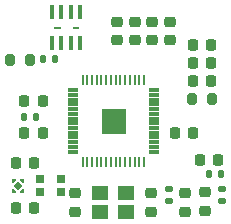
<source format=gbr>
%TF.GenerationSoftware,KiCad,Pcbnew,7.0.2*%
%TF.CreationDate,2023-09-13T14:25:54-04:00*%
%TF.ProjectId,PicoMod,5069636f-4d6f-4642-9e6b-696361645f70,rev?*%
%TF.SameCoordinates,Original*%
%TF.FileFunction,Paste,Top*%
%TF.FilePolarity,Positive*%
%FSLAX46Y46*%
G04 Gerber Fmt 4.6, Leading zero omitted, Abs format (unit mm)*
G04 Created by KiCad (PCBNEW 7.0.2) date 2023-09-13 14:25:54*
%MOMM*%
%LPD*%
G01*
G04 APERTURE LIST*
G04 Aperture macros list*
%AMRoundRect*
0 Rectangle with rounded corners*
0 $1 Rounding radius*
0 $2 $3 $4 $5 $6 $7 $8 $9 X,Y pos of 4 corners*
0 Add a 4 corners polygon primitive as box body*
4,1,4,$2,$3,$4,$5,$6,$7,$8,$9,$2,$3,0*
0 Add four circle primitives for the rounded corners*
1,1,$1+$1,$2,$3*
1,1,$1+$1,$4,$5*
1,1,$1+$1,$6,$7*
1,1,$1+$1,$8,$9*
0 Add four rect primitives between the rounded corners*
20,1,$1+$1,$2,$3,$4,$5,0*
20,1,$1+$1,$4,$5,$6,$7,0*
20,1,$1+$1,$6,$7,$8,$9,0*
20,1,$1+$1,$8,$9,$2,$3,0*%
%AMRotRect*
0 Rectangle, with rotation*
0 The origin of the aperture is its center*
0 $1 length*
0 $2 width*
0 $3 Rotation angle, in degrees counterclockwise*
0 Add horizontal line*
21,1,$1,$2,0,0,$3*%
%AMFreePoly0*
4,1,6,0.130000,0.115000,0.130000,-0.115000,-0.130000,-0.115000,-0.130000,0.275000,-0.020000,0.275000,0.130000,0.115000,0.130000,0.115000,$1*%
%AMFreePoly1*
4,1,6,0.130000,-0.115000,-0.130000,-0.115000,-0.130000,0.115000,0.020000,0.275000,0.130000,0.275000,0.130000,-0.115000,0.130000,-0.115000,$1*%
G04 Aperture macros list end*
%ADD10C,0.010000*%
%ADD11RoundRect,0.225000X-0.225000X-0.250000X0.225000X-0.250000X0.225000X0.250000X-0.225000X0.250000X0*%
%ADD12RoundRect,0.135000X-0.135000X-0.185000X0.135000X-0.185000X0.135000X0.185000X-0.135000X0.185000X0*%
%ADD13RoundRect,0.135000X0.185000X-0.135000X0.185000X0.135000X-0.185000X0.135000X-0.185000X-0.135000X0*%
%ADD14RoundRect,0.200000X0.200000X0.275000X-0.200000X0.275000X-0.200000X-0.275000X0.200000X-0.275000X0*%
%ADD15RoundRect,0.225000X0.225000X0.250000X-0.225000X0.250000X-0.225000X-0.250000X0.225000X-0.250000X0*%
%ADD16R,0.700000X0.700000*%
%ADD17RoundRect,0.225000X0.250000X-0.225000X0.250000X0.225000X-0.250000X0.225000X-0.250000X-0.225000X0*%
%ADD18RoundRect,0.012800X0.147200X-0.517200X0.147200X0.517200X-0.147200X0.517200X-0.147200X-0.517200X0*%
%ADD19RoundRect,0.225000X-0.250000X0.225000X-0.250000X-0.225000X0.250000X-0.225000X0.250000X0.225000X0*%
%ADD20RoundRect,0.218750X0.256250X-0.218750X0.256250X0.218750X-0.256250X0.218750X-0.256250X-0.218750X0*%
%ADD21RoundRect,0.218750X0.218750X0.256250X-0.218750X0.256250X-0.218750X-0.256250X0.218750X-0.256250X0*%
%ADD22R,1.400000X1.150000*%
%ADD23RoundRect,0.006000X-0.414000X-0.094000X0.414000X-0.094000X0.414000X0.094000X-0.414000X0.094000X0*%
%ADD24RoundRect,0.020000X-0.080000X-0.400000X0.080000X-0.400000X0.080000X0.400000X-0.080000X0.400000X0*%
%ADD25RoundRect,0.218750X-0.218750X-0.256250X0.218750X-0.256250X0.218750X0.256250X-0.218750X0.256250X0*%
%ADD26RoundRect,0.135000X-0.185000X0.135000X-0.185000X-0.135000X0.185000X-0.135000X0.185000X0.135000X0*%
%ADD27FreePoly0,0.000000*%
%ADD28FreePoly1,0.000000*%
%ADD29FreePoly0,180.000000*%
%ADD30FreePoly1,180.000000*%
%ADD31RotRect,0.520000X0.520000X225.000000*%
G04 APERTURE END LIST*
%TO.C,U2*%
D10*
X25450000Y-23160000D02*
X24950000Y-23160000D01*
X24950000Y-23040000D01*
X25450000Y-23040000D01*
X25450000Y-23160000D01*
G36*
X25450000Y-23160000D02*
G01*
X24950000Y-23160000D01*
X24950000Y-23040000D01*
X25450000Y-23040000D01*
X25450000Y-23160000D01*
G37*
X27050000Y-23160000D02*
X26550000Y-23160000D01*
X26550000Y-23040000D01*
X27050000Y-23040000D01*
X27050000Y-23160000D01*
G36*
X27050000Y-23160000D02*
G01*
X26550000Y-23160000D01*
X26550000Y-23040000D01*
X27050000Y-23040000D01*
X27050000Y-23160000D01*
G37*
%TO.C,U1*%
X30980000Y-31980000D02*
X29020000Y-31980000D01*
X29020000Y-30020000D01*
X30980000Y-30020000D01*
X30980000Y-31980000D01*
G36*
X30980000Y-31980000D02*
G01*
X29020000Y-31980000D01*
X29020000Y-30020000D01*
X30980000Y-30020000D01*
X30980000Y-31980000D01*
G37*
%TD*%
D11*
%TO.C,C3*%
X35225000Y-32000000D03*
X36775000Y-32000000D03*
%TD*%
D12*
%TO.C,R3*%
X24040000Y-25750000D03*
X25060000Y-25750000D03*
%TD*%
D11*
%TO.C,C15*%
X21725000Y-34600000D03*
X23275000Y-34600000D03*
%TD*%
D13*
%TO.C,R8*%
X39200000Y-37810000D03*
X39200000Y-36790000D03*
%TD*%
D11*
%TO.C,C4*%
X36725000Y-26100000D03*
X38275000Y-26100000D03*
%TD*%
D12*
%TO.C,R10*%
X22460000Y-30690000D03*
X23480000Y-30690000D03*
%TD*%
D14*
%TO.C,R11*%
X38350000Y-29150000D03*
X36700000Y-29150000D03*
%TD*%
D15*
%TO.C,C12*%
X24025000Y-32000000D03*
X22475000Y-32000000D03*
%TD*%
D16*
%TO.C,D2*%
X23785000Y-35950000D03*
X23785000Y-37050000D03*
X25615000Y-37050000D03*
X25615000Y-35950000D03*
%TD*%
D17*
%TO.C,C2*%
X33300000Y-24175000D03*
X33300000Y-22625000D03*
%TD*%
D11*
%TO.C,C5*%
X36725000Y-27600000D03*
X38275000Y-27600000D03*
%TD*%
D18*
%TO.C,U2*%
X24800000Y-24435000D03*
X25600000Y-24435000D03*
X26400000Y-24435000D03*
X27200000Y-24435000D03*
X27200000Y-21765000D03*
X26400000Y-21765000D03*
X25600000Y-21765000D03*
X24800000Y-21765000D03*
%TD*%
D14*
%TO.C,R4*%
X22925000Y-25800000D03*
X21275000Y-25800000D03*
%TD*%
D19*
%TO.C,C14*%
X33200000Y-37125000D03*
X33200000Y-38675000D03*
%TD*%
D11*
%TO.C,C11*%
X36725000Y-24600000D03*
X38275000Y-24600000D03*
%TD*%
%TO.C,C16*%
X21725000Y-38365000D03*
X23275000Y-38365000D03*
%TD*%
D20*
%TO.C,D1*%
X37800000Y-38587500D03*
X37800000Y-37012500D03*
%TD*%
D21*
%TO.C,D3*%
X38887500Y-34300000D03*
X37312500Y-34300000D03*
%TD*%
D22*
%TO.C,Y1*%
X28900000Y-38700000D03*
X31100000Y-38700000D03*
X31100000Y-37100000D03*
X28900000Y-37100000D03*
%TD*%
D12*
%TO.C,R9*%
X38140000Y-35500000D03*
X39160000Y-35500000D03*
%TD*%
D19*
%TO.C,C10*%
X36100000Y-37125000D03*
X36100000Y-38675000D03*
%TD*%
%TO.C,C13*%
X26800000Y-37125000D03*
X26800000Y-38675000D03*
%TD*%
D23*
%TO.C,U1*%
X26565000Y-28400000D03*
X26565000Y-28800000D03*
X26565000Y-29200000D03*
X26565000Y-29600000D03*
X26565000Y-30000000D03*
X26565000Y-30400000D03*
X26565000Y-30800000D03*
X26565000Y-31200000D03*
X26565000Y-31600000D03*
X26565000Y-32000000D03*
X26565000Y-32400000D03*
X26565000Y-32800000D03*
X26565000Y-33200000D03*
X26565000Y-33600000D03*
D24*
X27400000Y-34435000D03*
X27800000Y-34435000D03*
X28200000Y-34435000D03*
X28600000Y-34435000D03*
X29000000Y-34435000D03*
X29400000Y-34435000D03*
X29800000Y-34435000D03*
X30200000Y-34435000D03*
X30600000Y-34435000D03*
X31000000Y-34435000D03*
X31400000Y-34435000D03*
X31800000Y-34435000D03*
X32200000Y-34435000D03*
X32600000Y-34435000D03*
D23*
X33435000Y-33600000D03*
X33435000Y-33200000D03*
X33435000Y-32800000D03*
X33435000Y-32400000D03*
X33435000Y-32000000D03*
X33435000Y-31600000D03*
X33435000Y-31200000D03*
X33435000Y-30800000D03*
X33435000Y-30400000D03*
X33435000Y-30000000D03*
X33435000Y-29600000D03*
X33435000Y-29200000D03*
X33435000Y-28800000D03*
X33435000Y-28400000D03*
D24*
X32600000Y-27565000D03*
X32200000Y-27565000D03*
X31800000Y-27565000D03*
X31400000Y-27565000D03*
X31000000Y-27565000D03*
X30600000Y-27565000D03*
X30200000Y-27565000D03*
X29800000Y-27565000D03*
X29400000Y-27565000D03*
X29000000Y-27565000D03*
X28600000Y-27565000D03*
X28200000Y-27565000D03*
X27800000Y-27565000D03*
X27400000Y-27565000D03*
%TD*%
D17*
%TO.C,C1*%
X31800000Y-24175000D03*
X31800000Y-22625000D03*
%TD*%
D25*
%TO.C,D4*%
X22462500Y-29350000D03*
X24037500Y-29350000D03*
%TD*%
D17*
%TO.C,C8*%
X34800000Y-24175000D03*
X34800000Y-22625000D03*
%TD*%
D26*
%TO.C,R5*%
X34700000Y-36790000D03*
X34700000Y-37810000D03*
%TD*%
D17*
%TO.C,C9*%
X30300000Y-24175000D03*
X30300000Y-22625000D03*
%TD*%
D27*
%TO.C,U3*%
X21600000Y-36985000D03*
D28*
X22250000Y-36985000D03*
D29*
X22250000Y-36015000D03*
D30*
X21600000Y-36015000D03*
D31*
X21925000Y-36500000D03*
%TD*%
M02*

</source>
